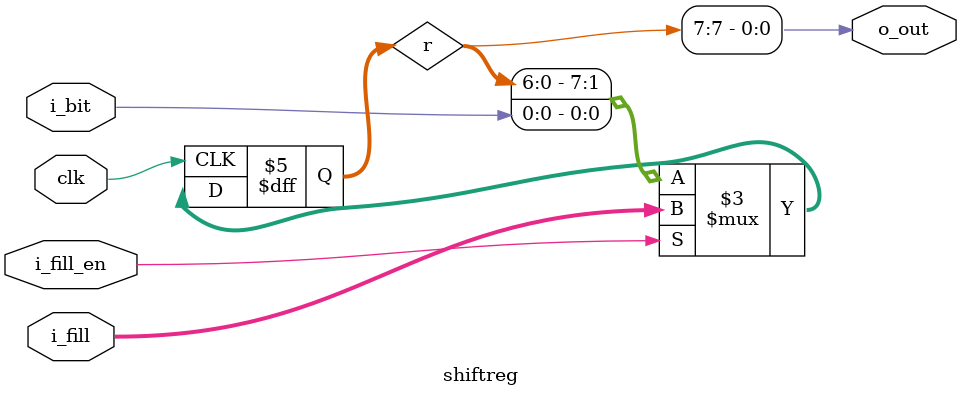
<source format=sv>
module shiftreg #(
    parameter int WIDTH = 8
) (
    input  logic             clk,

    input  logic             i_bit,
    input  logic [WIDTH-1:0] i_fill,
    input  logic             i_fill_en,

    output logic             o_out
);

logic [WIDTH-1:0] r;

assign o_out = r[WIDTH-1];

always @(posedge clk) begin
    if (i_fill_en) begin
        r <= i_fill;
    end else begin
        r <= {r[WIDTH-2:0], i_bit};
    end
end

endmodule


</source>
